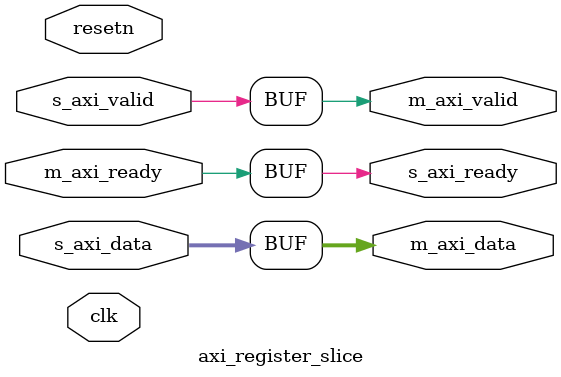
<source format=v>
module axi_register_slice(	// file.cleaned.mlir:2:3
  input         clk,	// file.cleaned.mlir:2:36
                resetn,	// file.cleaned.mlir:2:50
                s_axi_valid,	// file.cleaned.mlir:2:67
  input  [31:0] s_axi_data,	// file.cleaned.mlir:2:89
  input         m_axi_ready,	// file.cleaned.mlir:2:111
  output        s_axi_ready,	// file.cleaned.mlir:2:134
                m_axi_valid,	// file.cleaned.mlir:2:156
  output [31:0] m_axi_data	// file.cleaned.mlir:2:178
);

  assign s_axi_ready = m_axi_ready;	// file.cleaned.mlir:3:5
  assign m_axi_valid = s_axi_valid;	// file.cleaned.mlir:3:5
  assign m_axi_data = s_axi_data;	// file.cleaned.mlir:3:5
endmodule


</source>
